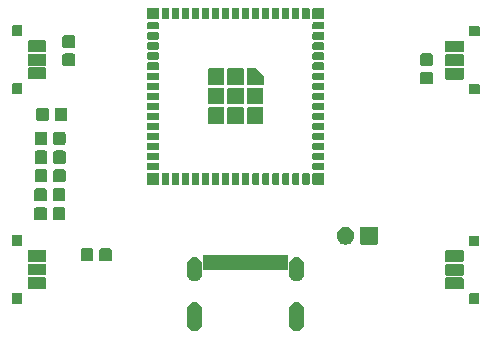
<source format=gts>
%TF.GenerationSoftware,KiCad,Pcbnew,9.0.7*%
%TF.CreationDate,2026-02-16T08:00:12+01:00*%
%TF.ProjectId,misfits,6d697366-6974-4732-9e6b-696361645f70,1*%
%TF.SameCoordinates,Original*%
%TF.FileFunction,Soldermask,Top*%
%TF.FilePolarity,Negative*%
%FSLAX46Y46*%
G04 Gerber Fmt 4.6, Leading zero omitted, Abs format (unit mm)*
G04 Created by KiCad (PCBNEW 9.0.7) date 2026-02-16 08:00:12*
%MOMM*%
%LPD*%
G01*
G04 APERTURE LIST*
G04 APERTURE END LIST*
G36*
X145842008Y-106209998D02*
G01*
X145955566Y-106257035D01*
X146057765Y-106325322D01*
X146144678Y-106412235D01*
X146212965Y-106514434D01*
X146260002Y-106627992D01*
X146283981Y-106748543D01*
X146287000Y-106810000D01*
X146287000Y-108010000D01*
X146283981Y-108071457D01*
X146260002Y-108192008D01*
X146212965Y-108305566D01*
X146144678Y-108407765D01*
X146057765Y-108494678D01*
X145955566Y-108562965D01*
X145842008Y-108610002D01*
X145721457Y-108633981D01*
X145598543Y-108633981D01*
X145477992Y-108610002D01*
X145364434Y-108562965D01*
X145262235Y-108494678D01*
X145175322Y-108407765D01*
X145107035Y-108305566D01*
X145059998Y-108192008D01*
X145036019Y-108071457D01*
X145033000Y-108010000D01*
X145033000Y-106810000D01*
X145036019Y-106748543D01*
X145059998Y-106627992D01*
X145107035Y-106514434D01*
X145175322Y-106412235D01*
X145262235Y-106325322D01*
X145364434Y-106257035D01*
X145477992Y-106209998D01*
X145598543Y-106186019D01*
X145721457Y-106186019D01*
X145842008Y-106209998D01*
G37*
G36*
X154482008Y-106209998D02*
G01*
X154595566Y-106257035D01*
X154697765Y-106325322D01*
X154784678Y-106412235D01*
X154852965Y-106514434D01*
X154900002Y-106627992D01*
X154923981Y-106748543D01*
X154927000Y-106810000D01*
X154927000Y-108010000D01*
X154923981Y-108071457D01*
X154900002Y-108192008D01*
X154852965Y-108305566D01*
X154784678Y-108407765D01*
X154697765Y-108494678D01*
X154595566Y-108562965D01*
X154482008Y-108610002D01*
X154361457Y-108633981D01*
X154238543Y-108633981D01*
X154117992Y-108610002D01*
X154004434Y-108562965D01*
X153902235Y-108494678D01*
X153815322Y-108407765D01*
X153747035Y-108305566D01*
X153699998Y-108192008D01*
X153676019Y-108071457D01*
X153673000Y-108010000D01*
X153673000Y-106810000D01*
X153676019Y-106748543D01*
X153699998Y-106627992D01*
X153747035Y-106514434D01*
X153815322Y-106412235D01*
X153902235Y-106325322D01*
X154004434Y-106257035D01*
X154117992Y-106209998D01*
X154238543Y-106186019D01*
X154361457Y-106186019D01*
X154482008Y-106209998D01*
G37*
G36*
X169729034Y-105465764D02*
G01*
X169762125Y-105487875D01*
X169784236Y-105520966D01*
X169792000Y-105560000D01*
X169792000Y-106260000D01*
X169784236Y-106299034D01*
X169762125Y-106332125D01*
X169729034Y-106354236D01*
X169690000Y-106362000D01*
X168990000Y-106362000D01*
X168950966Y-106354236D01*
X168917875Y-106332125D01*
X168895764Y-106299034D01*
X168888000Y-106260000D01*
X168888000Y-105560000D01*
X168895764Y-105520966D01*
X168917875Y-105487875D01*
X168950966Y-105465764D01*
X168990000Y-105458000D01*
X169690000Y-105458000D01*
X169729034Y-105465764D01*
G37*
G36*
X131029034Y-105445764D02*
G01*
X131062125Y-105467875D01*
X131084236Y-105500966D01*
X131092000Y-105540000D01*
X131092000Y-106240000D01*
X131084236Y-106279034D01*
X131062125Y-106312125D01*
X131029034Y-106334236D01*
X130990000Y-106342000D01*
X130290000Y-106342000D01*
X130250966Y-106334236D01*
X130217875Y-106312125D01*
X130195764Y-106279034D01*
X130188000Y-106240000D01*
X130188000Y-105540000D01*
X130195764Y-105500966D01*
X130217875Y-105467875D01*
X130250966Y-105445764D01*
X130290000Y-105438000D01*
X130990000Y-105438000D01*
X131029034Y-105445764D01*
G37*
G36*
X168379034Y-104115764D02*
G01*
X168412125Y-104137875D01*
X168434236Y-104170966D01*
X168442000Y-104210000D01*
X168442000Y-105010000D01*
X168434236Y-105049034D01*
X168412125Y-105082125D01*
X168379034Y-105104236D01*
X168340000Y-105112000D01*
X166990000Y-105112000D01*
X166950966Y-105104236D01*
X166917875Y-105082125D01*
X166895764Y-105049034D01*
X166888000Y-105010000D01*
X166888000Y-104210000D01*
X166895764Y-104170966D01*
X166917875Y-104137875D01*
X166950966Y-104115764D01*
X166990000Y-104108000D01*
X168340000Y-104108000D01*
X168379034Y-104115764D01*
G37*
G36*
X133029034Y-104095764D02*
G01*
X133062125Y-104117875D01*
X133084236Y-104150966D01*
X133092000Y-104190000D01*
X133092000Y-104990000D01*
X133084236Y-105029034D01*
X133062125Y-105062125D01*
X133029034Y-105084236D01*
X132990000Y-105092000D01*
X131640000Y-105092000D01*
X131600966Y-105084236D01*
X131567875Y-105062125D01*
X131545764Y-105029034D01*
X131538000Y-104990000D01*
X131538000Y-104190000D01*
X131545764Y-104150966D01*
X131567875Y-104117875D01*
X131600966Y-104095764D01*
X131640000Y-104088000D01*
X132990000Y-104088000D01*
X133029034Y-104095764D01*
G37*
G36*
X145842008Y-102409998D02*
G01*
X145955566Y-102457035D01*
X146057765Y-102525322D01*
X146144678Y-102612235D01*
X146212965Y-102714434D01*
X146260002Y-102827992D01*
X146283981Y-102948543D01*
X146287000Y-103010000D01*
X146287000Y-103810000D01*
X146283981Y-103871457D01*
X146260002Y-103992008D01*
X146212965Y-104105566D01*
X146144678Y-104207765D01*
X146057765Y-104294678D01*
X145955566Y-104362965D01*
X145842008Y-104410002D01*
X145721457Y-104433981D01*
X145598543Y-104433981D01*
X145477992Y-104410002D01*
X145364434Y-104362965D01*
X145262235Y-104294678D01*
X145175322Y-104207765D01*
X145107035Y-104105566D01*
X145059998Y-103992008D01*
X145036019Y-103871457D01*
X145033000Y-103810000D01*
X145033000Y-103010000D01*
X145036019Y-102948543D01*
X145059998Y-102827992D01*
X145107035Y-102714434D01*
X145175322Y-102612235D01*
X145262235Y-102525322D01*
X145364434Y-102457035D01*
X145477992Y-102409998D01*
X145598543Y-102386019D01*
X145721457Y-102386019D01*
X145842008Y-102409998D01*
G37*
G36*
X154482008Y-102409998D02*
G01*
X154595566Y-102457035D01*
X154697765Y-102525322D01*
X154784678Y-102612235D01*
X154852965Y-102714434D01*
X154900002Y-102827992D01*
X154923981Y-102948543D01*
X154927000Y-103010000D01*
X154927000Y-103810000D01*
X154923981Y-103871457D01*
X154900002Y-103992008D01*
X154852965Y-104105566D01*
X154784678Y-104207765D01*
X154697765Y-104294678D01*
X154595566Y-104362965D01*
X154482008Y-104410002D01*
X154361457Y-104433981D01*
X154238543Y-104433981D01*
X154117992Y-104410002D01*
X154004434Y-104362965D01*
X153902235Y-104294678D01*
X153815322Y-104207765D01*
X153747035Y-104105566D01*
X153699998Y-103992008D01*
X153676019Y-103871457D01*
X153673000Y-103810000D01*
X153673000Y-103010000D01*
X153676019Y-102948543D01*
X153699998Y-102827992D01*
X153747035Y-102714434D01*
X153815322Y-102612235D01*
X153902235Y-102525322D01*
X154004434Y-102457035D01*
X154117992Y-102409998D01*
X154238543Y-102386019D01*
X154361457Y-102386019D01*
X154482008Y-102409998D01*
G37*
G36*
X168379034Y-102965764D02*
G01*
X168412125Y-102987875D01*
X168434236Y-103020966D01*
X168442000Y-103060000D01*
X168442000Y-103860000D01*
X168434236Y-103899034D01*
X168412125Y-103932125D01*
X168379034Y-103954236D01*
X168340000Y-103962000D01*
X166990000Y-103962000D01*
X166950966Y-103954236D01*
X166917875Y-103932125D01*
X166895764Y-103899034D01*
X166888000Y-103860000D01*
X166888000Y-103060000D01*
X166895764Y-103020966D01*
X166917875Y-102987875D01*
X166950966Y-102965764D01*
X166990000Y-102958000D01*
X168340000Y-102958000D01*
X168379034Y-102965764D01*
G37*
G36*
X133029034Y-102945764D02*
G01*
X133062125Y-102967875D01*
X133084236Y-103000966D01*
X133092000Y-103040000D01*
X133092000Y-103840000D01*
X133084236Y-103879034D01*
X133062125Y-103912125D01*
X133029034Y-103934236D01*
X132990000Y-103942000D01*
X131640000Y-103942000D01*
X131600966Y-103934236D01*
X131567875Y-103912125D01*
X131545764Y-103879034D01*
X131538000Y-103840000D01*
X131538000Y-103040000D01*
X131545764Y-103000966D01*
X131567875Y-102967875D01*
X131600966Y-102945764D01*
X131640000Y-102938000D01*
X132990000Y-102938000D01*
X133029034Y-102945764D01*
G37*
G36*
X147137071Y-102212929D02*
G01*
X147140000Y-102220000D01*
X147140000Y-102230104D01*
X147146058Y-102244728D01*
X147213942Y-102244728D01*
X147220000Y-102230102D01*
X147220000Y-102220000D01*
X147222929Y-102212929D01*
X147230000Y-102210000D01*
X147930000Y-102210000D01*
X147937071Y-102212929D01*
X147940000Y-102220000D01*
X147940000Y-102230104D01*
X147946058Y-102244728D01*
X148013942Y-102244728D01*
X148020000Y-102230102D01*
X148020000Y-102220000D01*
X148022929Y-102212929D01*
X148030000Y-102210000D01*
X148430000Y-102210000D01*
X148437071Y-102212929D01*
X148440000Y-102220000D01*
X148440000Y-102230104D01*
X148446058Y-102244728D01*
X148513942Y-102244728D01*
X148520000Y-102230102D01*
X148520000Y-102220000D01*
X148522929Y-102212929D01*
X148530000Y-102210000D01*
X148930000Y-102210000D01*
X148937071Y-102212929D01*
X148940000Y-102220000D01*
X148940000Y-102230104D01*
X148946058Y-102244728D01*
X149013942Y-102244728D01*
X149020000Y-102230102D01*
X149020000Y-102220000D01*
X149022929Y-102212929D01*
X149030000Y-102210000D01*
X149430000Y-102210000D01*
X149437071Y-102212929D01*
X149440000Y-102220000D01*
X149440000Y-102230104D01*
X149446058Y-102244728D01*
X149513942Y-102244728D01*
X149520000Y-102230102D01*
X149520000Y-102220000D01*
X149522929Y-102212929D01*
X149530000Y-102210000D01*
X149930000Y-102210000D01*
X149937071Y-102212929D01*
X149940000Y-102220000D01*
X149940000Y-102230104D01*
X149946058Y-102244728D01*
X150013942Y-102244728D01*
X150020000Y-102230102D01*
X150020000Y-102220000D01*
X150022929Y-102212929D01*
X150030000Y-102210000D01*
X150430000Y-102210000D01*
X150437071Y-102212929D01*
X150440000Y-102220000D01*
X150440000Y-102230104D01*
X150446058Y-102244728D01*
X150513942Y-102244728D01*
X150520000Y-102230102D01*
X150520000Y-102220000D01*
X150522929Y-102212929D01*
X150530000Y-102210000D01*
X150930000Y-102210000D01*
X150937071Y-102212929D01*
X150940000Y-102220000D01*
X150940000Y-102230104D01*
X150946058Y-102244728D01*
X151013942Y-102244728D01*
X151020000Y-102230102D01*
X151020000Y-102220000D01*
X151022929Y-102212929D01*
X151030000Y-102210000D01*
X151430000Y-102210000D01*
X151437071Y-102212929D01*
X151440000Y-102220000D01*
X151440000Y-102230104D01*
X151446058Y-102244728D01*
X151513942Y-102244728D01*
X151520000Y-102230102D01*
X151520000Y-102220000D01*
X151522929Y-102212929D01*
X151530000Y-102210000D01*
X151930000Y-102210000D01*
X151937071Y-102212929D01*
X151940000Y-102220000D01*
X151940000Y-102230104D01*
X151946058Y-102244728D01*
X152013942Y-102244728D01*
X152020000Y-102230102D01*
X152020000Y-102220000D01*
X152022929Y-102212929D01*
X152030000Y-102210000D01*
X152730000Y-102210000D01*
X152737071Y-102212929D01*
X152740000Y-102220000D01*
X152740000Y-102230104D01*
X152746058Y-102244728D01*
X152813942Y-102244728D01*
X152820000Y-102230102D01*
X152820000Y-102220000D01*
X152822929Y-102212929D01*
X152830000Y-102210000D01*
X153530000Y-102210000D01*
X153537071Y-102212929D01*
X153540000Y-102220000D01*
X153540000Y-103470000D01*
X153537071Y-103477071D01*
X153530000Y-103480000D01*
X153519895Y-103480000D01*
X152840105Y-103480000D01*
X152830000Y-103480000D01*
X152822929Y-103477071D01*
X152820000Y-103470000D01*
X152820000Y-103459893D01*
X152813943Y-103445271D01*
X152746057Y-103445271D01*
X152740000Y-103459892D01*
X152740000Y-103470000D01*
X152737071Y-103477071D01*
X152730000Y-103480000D01*
X152719895Y-103480000D01*
X152040105Y-103480000D01*
X152030000Y-103480000D01*
X152022929Y-103477071D01*
X152020000Y-103470000D01*
X152020000Y-103459893D01*
X152013943Y-103445271D01*
X151946057Y-103445271D01*
X151940000Y-103459892D01*
X151940000Y-103470000D01*
X151937071Y-103477071D01*
X151930000Y-103480000D01*
X151919895Y-103480000D01*
X151540105Y-103480000D01*
X151530000Y-103480000D01*
X151522929Y-103477071D01*
X151520000Y-103470000D01*
X151520000Y-103459893D01*
X151513943Y-103445271D01*
X151446057Y-103445271D01*
X151440000Y-103459892D01*
X151440000Y-103470000D01*
X151437071Y-103477071D01*
X151430000Y-103480000D01*
X151419895Y-103480000D01*
X151040105Y-103480000D01*
X151030000Y-103480000D01*
X151022929Y-103477071D01*
X151020000Y-103470000D01*
X151020000Y-103459893D01*
X151013943Y-103445271D01*
X150946057Y-103445271D01*
X150940000Y-103459892D01*
X150940000Y-103470000D01*
X150937071Y-103477071D01*
X150930000Y-103480000D01*
X150919895Y-103480000D01*
X150540105Y-103480000D01*
X150530000Y-103480000D01*
X150522929Y-103477071D01*
X150520000Y-103470000D01*
X150520000Y-103459893D01*
X150513943Y-103445271D01*
X150446057Y-103445271D01*
X150440000Y-103459892D01*
X150440000Y-103470000D01*
X150437071Y-103477071D01*
X150430000Y-103480000D01*
X150419895Y-103480000D01*
X150040105Y-103480000D01*
X150030000Y-103480000D01*
X150022929Y-103477071D01*
X150020000Y-103470000D01*
X150020000Y-103459893D01*
X150013943Y-103445271D01*
X149946057Y-103445271D01*
X149940000Y-103459892D01*
X149940000Y-103470000D01*
X149937071Y-103477071D01*
X149930000Y-103480000D01*
X149919895Y-103480000D01*
X149540105Y-103480000D01*
X149530000Y-103480000D01*
X149522929Y-103477071D01*
X149520000Y-103470000D01*
X149520000Y-103459893D01*
X149513943Y-103445271D01*
X149446057Y-103445271D01*
X149440000Y-103459892D01*
X149440000Y-103470000D01*
X149437071Y-103477071D01*
X149430000Y-103480000D01*
X149419895Y-103480000D01*
X149040105Y-103480000D01*
X149030000Y-103480000D01*
X149022929Y-103477071D01*
X149020000Y-103470000D01*
X149020000Y-103459893D01*
X149013943Y-103445271D01*
X148946057Y-103445271D01*
X148940000Y-103459892D01*
X148940000Y-103470000D01*
X148937071Y-103477071D01*
X148930000Y-103480000D01*
X148919895Y-103480000D01*
X148540105Y-103480000D01*
X148530000Y-103480000D01*
X148522929Y-103477071D01*
X148520000Y-103470000D01*
X148520000Y-103459893D01*
X148513943Y-103445271D01*
X148446057Y-103445271D01*
X148440000Y-103459892D01*
X148440000Y-103470000D01*
X148437071Y-103477071D01*
X148430000Y-103480000D01*
X148419895Y-103480000D01*
X148040105Y-103480000D01*
X148030000Y-103480000D01*
X148022929Y-103477071D01*
X148020000Y-103470000D01*
X148020000Y-103459893D01*
X148013943Y-103445271D01*
X147946057Y-103445271D01*
X147940000Y-103459892D01*
X147940000Y-103470000D01*
X147937071Y-103477071D01*
X147930000Y-103480000D01*
X147919895Y-103480000D01*
X147240105Y-103480000D01*
X147230000Y-103480000D01*
X147222929Y-103477071D01*
X147220000Y-103470000D01*
X147220000Y-103459893D01*
X147213943Y-103445271D01*
X147146057Y-103445271D01*
X147140000Y-103459892D01*
X147140000Y-103470000D01*
X147137071Y-103477071D01*
X147130000Y-103480000D01*
X147119895Y-103480000D01*
X146440105Y-103480000D01*
X146430000Y-103480000D01*
X146422929Y-103477071D01*
X146420000Y-103470000D01*
X146420000Y-102220000D01*
X146422929Y-102212929D01*
X146430000Y-102210000D01*
X147130000Y-102210000D01*
X147137071Y-102212929D01*
G37*
G36*
X168379034Y-101815764D02*
G01*
X168412125Y-101837875D01*
X168434236Y-101870966D01*
X168442000Y-101910000D01*
X168442000Y-102710000D01*
X168434236Y-102749034D01*
X168412125Y-102782125D01*
X168379034Y-102804236D01*
X168340000Y-102812000D01*
X166990000Y-102812000D01*
X166950966Y-102804236D01*
X166917875Y-102782125D01*
X166895764Y-102749034D01*
X166888000Y-102710000D01*
X166888000Y-101910000D01*
X166895764Y-101870966D01*
X166917875Y-101837875D01*
X166950966Y-101815764D01*
X166990000Y-101808000D01*
X168340000Y-101808000D01*
X168379034Y-101815764D01*
G37*
G36*
X133029034Y-101795764D02*
G01*
X133062125Y-101817875D01*
X133084236Y-101850966D01*
X133092000Y-101890000D01*
X133092000Y-102690000D01*
X133084236Y-102729034D01*
X133062125Y-102762125D01*
X133029034Y-102784236D01*
X132990000Y-102792000D01*
X131640000Y-102792000D01*
X131600966Y-102784236D01*
X131567875Y-102762125D01*
X131545764Y-102729034D01*
X131538000Y-102690000D01*
X131538000Y-101890000D01*
X131545764Y-101850966D01*
X131567875Y-101817875D01*
X131600966Y-101795764D01*
X131640000Y-101788000D01*
X132990000Y-101788000D01*
X133029034Y-101795764D01*
G37*
G36*
X136976901Y-101639042D02*
G01*
X137045273Y-101684727D01*
X137090958Y-101753099D01*
X137107000Y-101833750D01*
X137107000Y-102546250D01*
X137090958Y-102626901D01*
X137045273Y-102695273D01*
X136976901Y-102740958D01*
X136896250Y-102757000D01*
X136243750Y-102757000D01*
X136163099Y-102740958D01*
X136094727Y-102695273D01*
X136049042Y-102626901D01*
X136033000Y-102546250D01*
X136033000Y-101833750D01*
X136049042Y-101753099D01*
X136094727Y-101684727D01*
X136163099Y-101639042D01*
X136243750Y-101623000D01*
X136896250Y-101623000D01*
X136976901Y-101639042D01*
G37*
G36*
X138536901Y-101639042D02*
G01*
X138605273Y-101684727D01*
X138650958Y-101753099D01*
X138667000Y-101833750D01*
X138667000Y-102546250D01*
X138650958Y-102626901D01*
X138605273Y-102695273D01*
X138536901Y-102740958D01*
X138456250Y-102757000D01*
X137803750Y-102757000D01*
X137723099Y-102740958D01*
X137654727Y-102695273D01*
X137609042Y-102626901D01*
X137593000Y-102546250D01*
X137593000Y-101833750D01*
X137609042Y-101753099D01*
X137654727Y-101684727D01*
X137723099Y-101639042D01*
X137803750Y-101623000D01*
X138456250Y-101623000D01*
X138536901Y-101639042D01*
G37*
G36*
X169729034Y-100565764D02*
G01*
X169762125Y-100587875D01*
X169784236Y-100620966D01*
X169792000Y-100660000D01*
X169792000Y-101360000D01*
X169784236Y-101399034D01*
X169762125Y-101432125D01*
X169729034Y-101454236D01*
X169690000Y-101462000D01*
X168990000Y-101462000D01*
X168950966Y-101454236D01*
X168917875Y-101432125D01*
X168895764Y-101399034D01*
X168888000Y-101360000D01*
X168888000Y-100660000D01*
X168895764Y-100620966D01*
X168917875Y-100587875D01*
X168950966Y-100565764D01*
X168990000Y-100558000D01*
X169690000Y-100558000D01*
X169729034Y-100565764D01*
G37*
G36*
X131029034Y-100545764D02*
G01*
X131062125Y-100567875D01*
X131084236Y-100600966D01*
X131092000Y-100640000D01*
X131092000Y-101340000D01*
X131084236Y-101379034D01*
X131062125Y-101412125D01*
X131029034Y-101434236D01*
X130990000Y-101442000D01*
X130290000Y-101442000D01*
X130250966Y-101434236D01*
X130217875Y-101412125D01*
X130195764Y-101379034D01*
X130188000Y-101340000D01*
X130188000Y-100640000D01*
X130195764Y-100600966D01*
X130217875Y-100567875D01*
X130250966Y-100545764D01*
X130290000Y-100538000D01*
X130990000Y-100538000D01*
X131029034Y-100545764D01*
G37*
G36*
X161143034Y-99819264D02*
G01*
X161176125Y-99841375D01*
X161198236Y-99874466D01*
X161206000Y-99913500D01*
X161206000Y-101221500D01*
X161198236Y-101260534D01*
X161176125Y-101293625D01*
X161143034Y-101315736D01*
X161104000Y-101323500D01*
X159796000Y-101323500D01*
X159756966Y-101315736D01*
X159723875Y-101293625D01*
X159701764Y-101260534D01*
X159694000Y-101221500D01*
X159694000Y-99913500D01*
X159701764Y-99874466D01*
X159723875Y-99841375D01*
X159756966Y-99819264D01*
X159796000Y-99811500D01*
X161104000Y-99811500D01*
X161143034Y-99819264D01*
G37*
G36*
X158669455Y-99844053D02*
G01*
X158806376Y-99900768D01*
X158929601Y-99983104D01*
X159034396Y-100087899D01*
X159116732Y-100211124D01*
X159173447Y-100348045D01*
X159202360Y-100493399D01*
X159202360Y-100641601D01*
X159173447Y-100786955D01*
X159116732Y-100923876D01*
X159034396Y-101047101D01*
X158929601Y-101151896D01*
X158806376Y-101234232D01*
X158669455Y-101290947D01*
X158524101Y-101319860D01*
X158375899Y-101319860D01*
X158230545Y-101290947D01*
X158093624Y-101234232D01*
X157970399Y-101151896D01*
X157865604Y-101047101D01*
X157783268Y-100923876D01*
X157726553Y-100786955D01*
X157697640Y-100641601D01*
X157697640Y-100493399D01*
X157726553Y-100348045D01*
X157783268Y-100211124D01*
X157865604Y-100087899D01*
X157970399Y-99983104D01*
X158093624Y-99900768D01*
X158230545Y-99844053D01*
X158375899Y-99815140D01*
X158524101Y-99815140D01*
X158669455Y-99844053D01*
G37*
G36*
X133026901Y-98149042D02*
G01*
X133095273Y-98194727D01*
X133140958Y-98263099D01*
X133157000Y-98343750D01*
X133157000Y-99056250D01*
X133140958Y-99136901D01*
X133095273Y-99205273D01*
X133026901Y-99250958D01*
X132946250Y-99267000D01*
X132293750Y-99267000D01*
X132213099Y-99250958D01*
X132144727Y-99205273D01*
X132099042Y-99136901D01*
X132083000Y-99056250D01*
X132083000Y-98343750D01*
X132099042Y-98263099D01*
X132144727Y-98194727D01*
X132213099Y-98149042D01*
X132293750Y-98133000D01*
X132946250Y-98133000D01*
X133026901Y-98149042D01*
G37*
G36*
X134586901Y-98149042D02*
G01*
X134655273Y-98194727D01*
X134700958Y-98263099D01*
X134717000Y-98343750D01*
X134717000Y-99056250D01*
X134700958Y-99136901D01*
X134655273Y-99205273D01*
X134586901Y-99250958D01*
X134506250Y-99267000D01*
X133853750Y-99267000D01*
X133773099Y-99250958D01*
X133704727Y-99205273D01*
X133659042Y-99136901D01*
X133643000Y-99056250D01*
X133643000Y-98343750D01*
X133659042Y-98263099D01*
X133704727Y-98194727D01*
X133773099Y-98149042D01*
X133853750Y-98133000D01*
X134506250Y-98133000D01*
X134586901Y-98149042D01*
G37*
G36*
X133036901Y-96549042D02*
G01*
X133105273Y-96594727D01*
X133150958Y-96663099D01*
X133167000Y-96743750D01*
X133167000Y-97456250D01*
X133150958Y-97536901D01*
X133105273Y-97605273D01*
X133036901Y-97650958D01*
X132956250Y-97667000D01*
X132303750Y-97667000D01*
X132223099Y-97650958D01*
X132154727Y-97605273D01*
X132109042Y-97536901D01*
X132093000Y-97456250D01*
X132093000Y-96743750D01*
X132109042Y-96663099D01*
X132154727Y-96594727D01*
X132223099Y-96549042D01*
X132303750Y-96533000D01*
X132956250Y-96533000D01*
X133036901Y-96549042D01*
G37*
G36*
X134596901Y-96549042D02*
G01*
X134665273Y-96594727D01*
X134710958Y-96663099D01*
X134727000Y-96743750D01*
X134727000Y-97456250D01*
X134710958Y-97536901D01*
X134665273Y-97605273D01*
X134596901Y-97650958D01*
X134516250Y-97667000D01*
X133863750Y-97667000D01*
X133783099Y-97650958D01*
X133714727Y-97605273D01*
X133669042Y-97536901D01*
X133653000Y-97456250D01*
X133653000Y-96743750D01*
X133669042Y-96663099D01*
X133714727Y-96594727D01*
X133783099Y-96549042D01*
X133863750Y-96533000D01*
X134516250Y-96533000D01*
X134596901Y-96549042D01*
G37*
G36*
X142589034Y-95265764D02*
G01*
X142622125Y-95287875D01*
X142644236Y-95320966D01*
X142652000Y-95360000D01*
X142652000Y-96160000D01*
X142644236Y-96199034D01*
X142622125Y-96232125D01*
X142589034Y-96254236D01*
X142550000Y-96262000D01*
X141750000Y-96262000D01*
X141710966Y-96254236D01*
X141677875Y-96232125D01*
X141655764Y-96199034D01*
X141648000Y-96160000D01*
X141648000Y-95360000D01*
X141655764Y-95320966D01*
X141677875Y-95287875D01*
X141710966Y-95265764D01*
X141750000Y-95258000D01*
X142550000Y-95258000D01*
X142589034Y-95265764D01*
G37*
G36*
X143439034Y-95265764D02*
G01*
X143472125Y-95287875D01*
X143494236Y-95320966D01*
X143502000Y-95360000D01*
X143502000Y-96160000D01*
X143494236Y-96199034D01*
X143472125Y-96232125D01*
X143439034Y-96254236D01*
X143400000Y-96262000D01*
X143000000Y-96262000D01*
X142960966Y-96254236D01*
X142927875Y-96232125D01*
X142905764Y-96199034D01*
X142898000Y-96160000D01*
X142898000Y-95360000D01*
X142905764Y-95320966D01*
X142927875Y-95287875D01*
X142960966Y-95265764D01*
X143000000Y-95258000D01*
X143400000Y-95258000D01*
X143439034Y-95265764D01*
G37*
G36*
X144289034Y-95265764D02*
G01*
X144322125Y-95287875D01*
X144344236Y-95320966D01*
X144352000Y-95360000D01*
X144352000Y-96160000D01*
X144344236Y-96199034D01*
X144322125Y-96232125D01*
X144289034Y-96254236D01*
X144250000Y-96262000D01*
X143850000Y-96262000D01*
X143810966Y-96254236D01*
X143777875Y-96232125D01*
X143755764Y-96199034D01*
X143748000Y-96160000D01*
X143748000Y-95360000D01*
X143755764Y-95320966D01*
X143777875Y-95287875D01*
X143810966Y-95265764D01*
X143850000Y-95258000D01*
X144250000Y-95258000D01*
X144289034Y-95265764D01*
G37*
G36*
X145139034Y-95265764D02*
G01*
X145172125Y-95287875D01*
X145194236Y-95320966D01*
X145202000Y-95360000D01*
X145202000Y-96160000D01*
X145194236Y-96199034D01*
X145172125Y-96232125D01*
X145139034Y-96254236D01*
X145100000Y-96262000D01*
X144700000Y-96262000D01*
X144660966Y-96254236D01*
X144627875Y-96232125D01*
X144605764Y-96199034D01*
X144598000Y-96160000D01*
X144598000Y-95360000D01*
X144605764Y-95320966D01*
X144627875Y-95287875D01*
X144660966Y-95265764D01*
X144700000Y-95258000D01*
X145100000Y-95258000D01*
X145139034Y-95265764D01*
G37*
G36*
X145989034Y-95265764D02*
G01*
X146022125Y-95287875D01*
X146044236Y-95320966D01*
X146052000Y-95360000D01*
X146052000Y-96160000D01*
X146044236Y-96199034D01*
X146022125Y-96232125D01*
X145989034Y-96254236D01*
X145950000Y-96262000D01*
X145550000Y-96262000D01*
X145510966Y-96254236D01*
X145477875Y-96232125D01*
X145455764Y-96199034D01*
X145448000Y-96160000D01*
X145448000Y-95360000D01*
X145455764Y-95320966D01*
X145477875Y-95287875D01*
X145510966Y-95265764D01*
X145550000Y-95258000D01*
X145950000Y-95258000D01*
X145989034Y-95265764D01*
G37*
G36*
X146839034Y-95265764D02*
G01*
X146872125Y-95287875D01*
X146894236Y-95320966D01*
X146902000Y-95360000D01*
X146902000Y-96160000D01*
X146894236Y-96199034D01*
X146872125Y-96232125D01*
X146839034Y-96254236D01*
X146800000Y-96262000D01*
X146400000Y-96262000D01*
X146360966Y-96254236D01*
X146327875Y-96232125D01*
X146305764Y-96199034D01*
X146298000Y-96160000D01*
X146298000Y-95360000D01*
X146305764Y-95320966D01*
X146327875Y-95287875D01*
X146360966Y-95265764D01*
X146400000Y-95258000D01*
X146800000Y-95258000D01*
X146839034Y-95265764D01*
G37*
G36*
X147689034Y-95265764D02*
G01*
X147722125Y-95287875D01*
X147744236Y-95320966D01*
X147752000Y-95360000D01*
X147752000Y-96160000D01*
X147744236Y-96199034D01*
X147722125Y-96232125D01*
X147689034Y-96254236D01*
X147650000Y-96262000D01*
X147250000Y-96262000D01*
X147210966Y-96254236D01*
X147177875Y-96232125D01*
X147155764Y-96199034D01*
X147148000Y-96160000D01*
X147148000Y-95360000D01*
X147155764Y-95320966D01*
X147177875Y-95287875D01*
X147210966Y-95265764D01*
X147250000Y-95258000D01*
X147650000Y-95258000D01*
X147689034Y-95265764D01*
G37*
G36*
X148539034Y-95265764D02*
G01*
X148572125Y-95287875D01*
X148594236Y-95320966D01*
X148602000Y-95360000D01*
X148602000Y-96160000D01*
X148594236Y-96199034D01*
X148572125Y-96232125D01*
X148539034Y-96254236D01*
X148500000Y-96262000D01*
X148100000Y-96262000D01*
X148060966Y-96254236D01*
X148027875Y-96232125D01*
X148005764Y-96199034D01*
X147998000Y-96160000D01*
X147998000Y-95360000D01*
X148005764Y-95320966D01*
X148027875Y-95287875D01*
X148060966Y-95265764D01*
X148100000Y-95258000D01*
X148500000Y-95258000D01*
X148539034Y-95265764D01*
G37*
G36*
X149389034Y-95265764D02*
G01*
X149422125Y-95287875D01*
X149444236Y-95320966D01*
X149452000Y-95360000D01*
X149452000Y-96160000D01*
X149444236Y-96199034D01*
X149422125Y-96232125D01*
X149389034Y-96254236D01*
X149350000Y-96262000D01*
X148950000Y-96262000D01*
X148910966Y-96254236D01*
X148877875Y-96232125D01*
X148855764Y-96199034D01*
X148848000Y-96160000D01*
X148848000Y-95360000D01*
X148855764Y-95320966D01*
X148877875Y-95287875D01*
X148910966Y-95265764D01*
X148950000Y-95258000D01*
X149350000Y-95258000D01*
X149389034Y-95265764D01*
G37*
G36*
X150239034Y-95265764D02*
G01*
X150272125Y-95287875D01*
X150294236Y-95320966D01*
X150302000Y-95360000D01*
X150302000Y-96160000D01*
X150294236Y-96199034D01*
X150272125Y-96232125D01*
X150239034Y-96254236D01*
X150200000Y-96262000D01*
X149800000Y-96262000D01*
X149760966Y-96254236D01*
X149727875Y-96232125D01*
X149705764Y-96199034D01*
X149698000Y-96160000D01*
X149698000Y-95360000D01*
X149705764Y-95320966D01*
X149727875Y-95287875D01*
X149760966Y-95265764D01*
X149800000Y-95258000D01*
X150200000Y-95258000D01*
X150239034Y-95265764D01*
G37*
G36*
X151089034Y-95265764D02*
G01*
X151122125Y-95287875D01*
X151144236Y-95320966D01*
X151152000Y-95360000D01*
X151152000Y-96160000D01*
X151144236Y-96199034D01*
X151122125Y-96232125D01*
X151089034Y-96254236D01*
X151050000Y-96262000D01*
X150650000Y-96262000D01*
X150610966Y-96254236D01*
X150577875Y-96232125D01*
X150555764Y-96199034D01*
X150548000Y-96160000D01*
X150548000Y-95360000D01*
X150555764Y-95320966D01*
X150577875Y-95287875D01*
X150610966Y-95265764D01*
X150650000Y-95258000D01*
X151050000Y-95258000D01*
X151089034Y-95265764D01*
G37*
G36*
X151939034Y-95265764D02*
G01*
X151972125Y-95287875D01*
X151994236Y-95320966D01*
X152002000Y-95360000D01*
X152002000Y-96160000D01*
X151994236Y-96199034D01*
X151972125Y-96232125D01*
X151939034Y-96254236D01*
X151900000Y-96262000D01*
X151500000Y-96262000D01*
X151460966Y-96254236D01*
X151427875Y-96232125D01*
X151405764Y-96199034D01*
X151398000Y-96160000D01*
X151398000Y-95360000D01*
X151405764Y-95320966D01*
X151427875Y-95287875D01*
X151460966Y-95265764D01*
X151500000Y-95258000D01*
X151900000Y-95258000D01*
X151939034Y-95265764D01*
G37*
G36*
X152789034Y-95265764D02*
G01*
X152822125Y-95287875D01*
X152844236Y-95320966D01*
X152852000Y-95360000D01*
X152852000Y-96160000D01*
X152844236Y-96199034D01*
X152822125Y-96232125D01*
X152789034Y-96254236D01*
X152750000Y-96262000D01*
X152350000Y-96262000D01*
X152310966Y-96254236D01*
X152277875Y-96232125D01*
X152255764Y-96199034D01*
X152248000Y-96160000D01*
X152248000Y-95360000D01*
X152255764Y-95320966D01*
X152277875Y-95287875D01*
X152310966Y-95265764D01*
X152350000Y-95258000D01*
X152750000Y-95258000D01*
X152789034Y-95265764D01*
G37*
G36*
X153639034Y-95265764D02*
G01*
X153672125Y-95287875D01*
X153694236Y-95320966D01*
X153702000Y-95360000D01*
X153702000Y-96160000D01*
X153694236Y-96199034D01*
X153672125Y-96232125D01*
X153639034Y-96254236D01*
X153600000Y-96262000D01*
X153200000Y-96262000D01*
X153160966Y-96254236D01*
X153127875Y-96232125D01*
X153105764Y-96199034D01*
X153098000Y-96160000D01*
X153098000Y-95360000D01*
X153105764Y-95320966D01*
X153127875Y-95287875D01*
X153160966Y-95265764D01*
X153200000Y-95258000D01*
X153600000Y-95258000D01*
X153639034Y-95265764D01*
G37*
G36*
X154489034Y-95265764D02*
G01*
X154522125Y-95287875D01*
X154544236Y-95320966D01*
X154552000Y-95360000D01*
X154552000Y-96160000D01*
X154544236Y-96199034D01*
X154522125Y-96232125D01*
X154489034Y-96254236D01*
X154450000Y-96262000D01*
X154050000Y-96262000D01*
X154010966Y-96254236D01*
X153977875Y-96232125D01*
X153955764Y-96199034D01*
X153948000Y-96160000D01*
X153948000Y-95360000D01*
X153955764Y-95320966D01*
X153977875Y-95287875D01*
X154010966Y-95265764D01*
X154050000Y-95258000D01*
X154450000Y-95258000D01*
X154489034Y-95265764D01*
G37*
G36*
X155339034Y-95265764D02*
G01*
X155372125Y-95287875D01*
X155394236Y-95320966D01*
X155402000Y-95360000D01*
X155402000Y-96160000D01*
X155394236Y-96199034D01*
X155372125Y-96232125D01*
X155339034Y-96254236D01*
X155300000Y-96262000D01*
X154900000Y-96262000D01*
X154860966Y-96254236D01*
X154827875Y-96232125D01*
X154805764Y-96199034D01*
X154798000Y-96160000D01*
X154798000Y-95360000D01*
X154805764Y-95320966D01*
X154827875Y-95287875D01*
X154860966Y-95265764D01*
X154900000Y-95258000D01*
X155300000Y-95258000D01*
X155339034Y-95265764D01*
G37*
G36*
X156589034Y-95265764D02*
G01*
X156622125Y-95287875D01*
X156644236Y-95320966D01*
X156652000Y-95360000D01*
X156652000Y-96160000D01*
X156644236Y-96199034D01*
X156622125Y-96232125D01*
X156589034Y-96254236D01*
X156550000Y-96262000D01*
X155750000Y-96262000D01*
X155710966Y-96254236D01*
X155677875Y-96232125D01*
X155655764Y-96199034D01*
X155648000Y-96160000D01*
X155648000Y-95360000D01*
X155655764Y-95320966D01*
X155677875Y-95287875D01*
X155710966Y-95265764D01*
X155750000Y-95258000D01*
X156550000Y-95258000D01*
X156589034Y-95265764D01*
G37*
G36*
X133066901Y-94939042D02*
G01*
X133135273Y-94984727D01*
X133180958Y-95053099D01*
X133197000Y-95133750D01*
X133197000Y-95846250D01*
X133180958Y-95926901D01*
X133135273Y-95995273D01*
X133066901Y-96040958D01*
X132986250Y-96057000D01*
X132333750Y-96057000D01*
X132253099Y-96040958D01*
X132184727Y-95995273D01*
X132139042Y-95926901D01*
X132123000Y-95846250D01*
X132123000Y-95133750D01*
X132139042Y-95053099D01*
X132184727Y-94984727D01*
X132253099Y-94939042D01*
X132333750Y-94923000D01*
X132986250Y-94923000D01*
X133066901Y-94939042D01*
G37*
G36*
X134626901Y-94939042D02*
G01*
X134695273Y-94984727D01*
X134740958Y-95053099D01*
X134757000Y-95133750D01*
X134757000Y-95846250D01*
X134740958Y-95926901D01*
X134695273Y-95995273D01*
X134626901Y-96040958D01*
X134546250Y-96057000D01*
X133893750Y-96057000D01*
X133813099Y-96040958D01*
X133744727Y-95995273D01*
X133699042Y-95926901D01*
X133683000Y-95846250D01*
X133683000Y-95133750D01*
X133699042Y-95053099D01*
X133744727Y-94984727D01*
X133813099Y-94939042D01*
X133893750Y-94923000D01*
X134546250Y-94923000D01*
X134626901Y-94939042D01*
G37*
G36*
X142589034Y-94415764D02*
G01*
X142622125Y-94437875D01*
X142644236Y-94470966D01*
X142652000Y-94510000D01*
X142652000Y-94910000D01*
X142644236Y-94949034D01*
X142622125Y-94982125D01*
X142589034Y-95004236D01*
X142550000Y-95012000D01*
X141750000Y-95012000D01*
X141710966Y-95004236D01*
X141677875Y-94982125D01*
X141655764Y-94949034D01*
X141648000Y-94910000D01*
X141648000Y-94510000D01*
X141655764Y-94470966D01*
X141677875Y-94437875D01*
X141710966Y-94415764D01*
X141750000Y-94408000D01*
X142550000Y-94408000D01*
X142589034Y-94415764D01*
G37*
G36*
X156589034Y-94415764D02*
G01*
X156622125Y-94437875D01*
X156644236Y-94470966D01*
X156652000Y-94510000D01*
X156652000Y-94910000D01*
X156644236Y-94949034D01*
X156622125Y-94982125D01*
X156589034Y-95004236D01*
X156550000Y-95012000D01*
X155750000Y-95012000D01*
X155710966Y-95004236D01*
X155677875Y-94982125D01*
X155655764Y-94949034D01*
X155648000Y-94910000D01*
X155648000Y-94510000D01*
X155655764Y-94470966D01*
X155677875Y-94437875D01*
X155710966Y-94415764D01*
X155750000Y-94408000D01*
X156550000Y-94408000D01*
X156589034Y-94415764D01*
G37*
G36*
X133076901Y-93369042D02*
G01*
X133145273Y-93414727D01*
X133190958Y-93483099D01*
X133207000Y-93563750D01*
X133207000Y-94276250D01*
X133190958Y-94356901D01*
X133145273Y-94425273D01*
X133076901Y-94470958D01*
X132996250Y-94487000D01*
X132343750Y-94487000D01*
X132263099Y-94470958D01*
X132194727Y-94425273D01*
X132149042Y-94356901D01*
X132133000Y-94276250D01*
X132133000Y-93563750D01*
X132149042Y-93483099D01*
X132194727Y-93414727D01*
X132263099Y-93369042D01*
X132343750Y-93353000D01*
X132996250Y-93353000D01*
X133076901Y-93369042D01*
G37*
G36*
X134636901Y-93369042D02*
G01*
X134705273Y-93414727D01*
X134750958Y-93483099D01*
X134767000Y-93563750D01*
X134767000Y-94276250D01*
X134750958Y-94356901D01*
X134705273Y-94425273D01*
X134636901Y-94470958D01*
X134556250Y-94487000D01*
X133903750Y-94487000D01*
X133823099Y-94470958D01*
X133754727Y-94425273D01*
X133709042Y-94356901D01*
X133693000Y-94276250D01*
X133693000Y-93563750D01*
X133709042Y-93483099D01*
X133754727Y-93414727D01*
X133823099Y-93369042D01*
X133903750Y-93353000D01*
X134556250Y-93353000D01*
X134636901Y-93369042D01*
G37*
G36*
X142589034Y-93565764D02*
G01*
X142622125Y-93587875D01*
X142644236Y-93620966D01*
X142652000Y-93660000D01*
X142652000Y-94060000D01*
X142644236Y-94099034D01*
X142622125Y-94132125D01*
X142589034Y-94154236D01*
X142550000Y-94162000D01*
X141750000Y-94162000D01*
X141710966Y-94154236D01*
X141677875Y-94132125D01*
X141655764Y-94099034D01*
X141648000Y-94060000D01*
X141648000Y-93660000D01*
X141655764Y-93620966D01*
X141677875Y-93587875D01*
X141710966Y-93565764D01*
X141750000Y-93558000D01*
X142550000Y-93558000D01*
X142589034Y-93565764D01*
G37*
G36*
X156589034Y-93565764D02*
G01*
X156622125Y-93587875D01*
X156644236Y-93620966D01*
X156652000Y-93660000D01*
X156652000Y-94060000D01*
X156644236Y-94099034D01*
X156622125Y-94132125D01*
X156589034Y-94154236D01*
X156550000Y-94162000D01*
X155750000Y-94162000D01*
X155710966Y-94154236D01*
X155677875Y-94132125D01*
X155655764Y-94099034D01*
X155648000Y-94060000D01*
X155648000Y-93660000D01*
X155655764Y-93620966D01*
X155677875Y-93587875D01*
X155710966Y-93565764D01*
X155750000Y-93558000D01*
X156550000Y-93558000D01*
X156589034Y-93565764D01*
G37*
G36*
X142589034Y-92715764D02*
G01*
X142622125Y-92737875D01*
X142644236Y-92770966D01*
X142652000Y-92810000D01*
X142652000Y-93210000D01*
X142644236Y-93249034D01*
X142622125Y-93282125D01*
X142589034Y-93304236D01*
X142550000Y-93312000D01*
X141750000Y-93312000D01*
X141710966Y-93304236D01*
X141677875Y-93282125D01*
X141655764Y-93249034D01*
X141648000Y-93210000D01*
X141648000Y-92810000D01*
X141655764Y-92770966D01*
X141677875Y-92737875D01*
X141710966Y-92715764D01*
X141750000Y-92708000D01*
X142550000Y-92708000D01*
X142589034Y-92715764D01*
G37*
G36*
X156589034Y-92715764D02*
G01*
X156622125Y-92737875D01*
X156644236Y-92770966D01*
X156652000Y-92810000D01*
X156652000Y-93210000D01*
X156644236Y-93249034D01*
X156622125Y-93282125D01*
X156589034Y-93304236D01*
X156550000Y-93312000D01*
X155750000Y-93312000D01*
X155710966Y-93304236D01*
X155677875Y-93282125D01*
X155655764Y-93249034D01*
X155648000Y-93210000D01*
X155648000Y-92810000D01*
X155655764Y-92770966D01*
X155677875Y-92737875D01*
X155710966Y-92715764D01*
X155750000Y-92708000D01*
X156550000Y-92708000D01*
X156589034Y-92715764D01*
G37*
G36*
X133066901Y-91769042D02*
G01*
X133135273Y-91814727D01*
X133180958Y-91883099D01*
X133197000Y-91963750D01*
X133197000Y-92676250D01*
X133180958Y-92756901D01*
X133135273Y-92825273D01*
X133066901Y-92870958D01*
X132986250Y-92887000D01*
X132333750Y-92887000D01*
X132253099Y-92870958D01*
X132184727Y-92825273D01*
X132139042Y-92756901D01*
X132123000Y-92676250D01*
X132123000Y-91963750D01*
X132139042Y-91883099D01*
X132184727Y-91814727D01*
X132253099Y-91769042D01*
X132333750Y-91753000D01*
X132986250Y-91753000D01*
X133066901Y-91769042D01*
G37*
G36*
X134626901Y-91769042D02*
G01*
X134695273Y-91814727D01*
X134740958Y-91883099D01*
X134757000Y-91963750D01*
X134757000Y-92676250D01*
X134740958Y-92756901D01*
X134695273Y-92825273D01*
X134626901Y-92870958D01*
X134546250Y-92887000D01*
X133893750Y-92887000D01*
X133813099Y-92870958D01*
X133744727Y-92825273D01*
X133699042Y-92756901D01*
X133683000Y-92676250D01*
X133683000Y-91963750D01*
X133699042Y-91883099D01*
X133744727Y-91814727D01*
X133813099Y-91769042D01*
X133893750Y-91753000D01*
X134546250Y-91753000D01*
X134626901Y-91769042D01*
G37*
G36*
X142589034Y-91865764D02*
G01*
X142622125Y-91887875D01*
X142644236Y-91920966D01*
X142652000Y-91960000D01*
X142652000Y-92360000D01*
X142644236Y-92399034D01*
X142622125Y-92432125D01*
X142589034Y-92454236D01*
X142550000Y-92462000D01*
X141750000Y-92462000D01*
X141710966Y-92454236D01*
X141677875Y-92432125D01*
X141655764Y-92399034D01*
X141648000Y-92360000D01*
X141648000Y-91960000D01*
X141655764Y-91920966D01*
X141677875Y-91887875D01*
X141710966Y-91865764D01*
X141750000Y-91858000D01*
X142550000Y-91858000D01*
X142589034Y-91865764D01*
G37*
G36*
X156589034Y-91865764D02*
G01*
X156622125Y-91887875D01*
X156644236Y-91920966D01*
X156652000Y-91960000D01*
X156652000Y-92360000D01*
X156644236Y-92399034D01*
X156622125Y-92432125D01*
X156589034Y-92454236D01*
X156550000Y-92462000D01*
X155750000Y-92462000D01*
X155710966Y-92454236D01*
X155677875Y-92432125D01*
X155655764Y-92399034D01*
X155648000Y-92360000D01*
X155648000Y-91960000D01*
X155655764Y-91920966D01*
X155677875Y-91887875D01*
X155710966Y-91865764D01*
X155750000Y-91858000D01*
X156550000Y-91858000D01*
X156589034Y-91865764D01*
G37*
G36*
X142589034Y-91015764D02*
G01*
X142622125Y-91037875D01*
X142644236Y-91070966D01*
X142652000Y-91110000D01*
X142652000Y-91510000D01*
X142644236Y-91549034D01*
X142622125Y-91582125D01*
X142589034Y-91604236D01*
X142550000Y-91612000D01*
X141750000Y-91612000D01*
X141710966Y-91604236D01*
X141677875Y-91582125D01*
X141655764Y-91549034D01*
X141648000Y-91510000D01*
X141648000Y-91110000D01*
X141655764Y-91070966D01*
X141677875Y-91037875D01*
X141710966Y-91015764D01*
X141750000Y-91008000D01*
X142550000Y-91008000D01*
X142589034Y-91015764D01*
G37*
G36*
X156589034Y-91015764D02*
G01*
X156622125Y-91037875D01*
X156644236Y-91070966D01*
X156652000Y-91110000D01*
X156652000Y-91510000D01*
X156644236Y-91549034D01*
X156622125Y-91582125D01*
X156589034Y-91604236D01*
X156550000Y-91612000D01*
X155750000Y-91612000D01*
X155710966Y-91604236D01*
X155677875Y-91582125D01*
X155655764Y-91549034D01*
X155648000Y-91510000D01*
X155648000Y-91110000D01*
X155655764Y-91070966D01*
X155677875Y-91037875D01*
X155710966Y-91015764D01*
X155750000Y-91008000D01*
X156550000Y-91008000D01*
X156589034Y-91015764D01*
G37*
G36*
X148139034Y-89715764D02*
G01*
X148172125Y-89737875D01*
X148194236Y-89770966D01*
X148202000Y-89810000D01*
X148202000Y-91010000D01*
X148194236Y-91049034D01*
X148172125Y-91082125D01*
X148139034Y-91104236D01*
X148100000Y-91112000D01*
X146900000Y-91112000D01*
X146860966Y-91104236D01*
X146827875Y-91082125D01*
X146805764Y-91049034D01*
X146798000Y-91010000D01*
X146798000Y-89810000D01*
X146805764Y-89770966D01*
X146827875Y-89737875D01*
X146860966Y-89715764D01*
X146900000Y-89708000D01*
X148100000Y-89708000D01*
X148139034Y-89715764D01*
G37*
G36*
X149789034Y-89715764D02*
G01*
X149822125Y-89737875D01*
X149844236Y-89770966D01*
X149852000Y-89810000D01*
X149852000Y-91010000D01*
X149844236Y-91049034D01*
X149822125Y-91082125D01*
X149789034Y-91104236D01*
X149750000Y-91112000D01*
X148550000Y-91112000D01*
X148510966Y-91104236D01*
X148477875Y-91082125D01*
X148455764Y-91049034D01*
X148448000Y-91010000D01*
X148448000Y-89810000D01*
X148455764Y-89770966D01*
X148477875Y-89737875D01*
X148510966Y-89715764D01*
X148550000Y-89708000D01*
X149750000Y-89708000D01*
X149789034Y-89715764D01*
G37*
G36*
X151439034Y-89715764D02*
G01*
X151472125Y-89737875D01*
X151494236Y-89770966D01*
X151502000Y-89810000D01*
X151502000Y-91010000D01*
X151494236Y-91049034D01*
X151472125Y-91082125D01*
X151439034Y-91104236D01*
X151400000Y-91112000D01*
X150200000Y-91112000D01*
X150160966Y-91104236D01*
X150127875Y-91082125D01*
X150105764Y-91049034D01*
X150098000Y-91010000D01*
X150098000Y-89810000D01*
X150105764Y-89770966D01*
X150127875Y-89737875D01*
X150160966Y-89715764D01*
X150200000Y-89708000D01*
X151400000Y-89708000D01*
X151439034Y-89715764D01*
G37*
G36*
X133206901Y-89739042D02*
G01*
X133275273Y-89784727D01*
X133320958Y-89853099D01*
X133337000Y-89933750D01*
X133337000Y-90646250D01*
X133320958Y-90726901D01*
X133275273Y-90795273D01*
X133206901Y-90840958D01*
X133126250Y-90857000D01*
X132473750Y-90857000D01*
X132393099Y-90840958D01*
X132324727Y-90795273D01*
X132279042Y-90726901D01*
X132263000Y-90646250D01*
X132263000Y-89933750D01*
X132279042Y-89853099D01*
X132324727Y-89784727D01*
X132393099Y-89739042D01*
X132473750Y-89723000D01*
X133126250Y-89723000D01*
X133206901Y-89739042D01*
G37*
G36*
X134766901Y-89739042D02*
G01*
X134835273Y-89784727D01*
X134880958Y-89853099D01*
X134897000Y-89933750D01*
X134897000Y-90646250D01*
X134880958Y-90726901D01*
X134835273Y-90795273D01*
X134766901Y-90840958D01*
X134686250Y-90857000D01*
X134033750Y-90857000D01*
X133953099Y-90840958D01*
X133884727Y-90795273D01*
X133839042Y-90726901D01*
X133823000Y-90646250D01*
X133823000Y-89933750D01*
X133839042Y-89853099D01*
X133884727Y-89784727D01*
X133953099Y-89739042D01*
X134033750Y-89723000D01*
X134686250Y-89723000D01*
X134766901Y-89739042D01*
G37*
G36*
X142589034Y-90165764D02*
G01*
X142622125Y-90187875D01*
X142644236Y-90220966D01*
X142652000Y-90260000D01*
X142652000Y-90660000D01*
X142644236Y-90699034D01*
X142622125Y-90732125D01*
X142589034Y-90754236D01*
X142550000Y-90762000D01*
X141750000Y-90762000D01*
X141710966Y-90754236D01*
X141677875Y-90732125D01*
X141655764Y-90699034D01*
X141648000Y-90660000D01*
X141648000Y-90260000D01*
X141655764Y-90220966D01*
X141677875Y-90187875D01*
X141710966Y-90165764D01*
X141750000Y-90158000D01*
X142550000Y-90158000D01*
X142589034Y-90165764D01*
G37*
G36*
X156589034Y-90165764D02*
G01*
X156622125Y-90187875D01*
X156644236Y-90220966D01*
X156652000Y-90260000D01*
X156652000Y-90660000D01*
X156644236Y-90699034D01*
X156622125Y-90732125D01*
X156589034Y-90754236D01*
X156550000Y-90762000D01*
X155750000Y-90762000D01*
X155710966Y-90754236D01*
X155677875Y-90732125D01*
X155655764Y-90699034D01*
X155648000Y-90660000D01*
X155648000Y-90260000D01*
X155655764Y-90220966D01*
X155677875Y-90187875D01*
X155710966Y-90165764D01*
X155750000Y-90158000D01*
X156550000Y-90158000D01*
X156589034Y-90165764D01*
G37*
G36*
X142589034Y-89315764D02*
G01*
X142622125Y-89337875D01*
X142644236Y-89370966D01*
X142652000Y-89410000D01*
X142652000Y-89810000D01*
X142644236Y-89849034D01*
X142622125Y-89882125D01*
X142589034Y-89904236D01*
X142550000Y-89912000D01*
X141750000Y-89912000D01*
X141710966Y-89904236D01*
X141677875Y-89882125D01*
X141655764Y-89849034D01*
X141648000Y-89810000D01*
X141648000Y-89410000D01*
X141655764Y-89370966D01*
X141677875Y-89337875D01*
X141710966Y-89315764D01*
X141750000Y-89308000D01*
X142550000Y-89308000D01*
X142589034Y-89315764D01*
G37*
G36*
X156589034Y-89315764D02*
G01*
X156622125Y-89337875D01*
X156644236Y-89370966D01*
X156652000Y-89410000D01*
X156652000Y-89810000D01*
X156644236Y-89849034D01*
X156622125Y-89882125D01*
X156589034Y-89904236D01*
X156550000Y-89912000D01*
X155750000Y-89912000D01*
X155710966Y-89904236D01*
X155677875Y-89882125D01*
X155655764Y-89849034D01*
X155648000Y-89810000D01*
X155648000Y-89410000D01*
X155655764Y-89370966D01*
X155677875Y-89337875D01*
X155710966Y-89315764D01*
X155750000Y-89308000D01*
X156550000Y-89308000D01*
X156589034Y-89315764D01*
G37*
G36*
X148139034Y-88065764D02*
G01*
X148172125Y-88087875D01*
X148194236Y-88120966D01*
X148202000Y-88160000D01*
X148202000Y-89360000D01*
X148194236Y-89399034D01*
X148172125Y-89432125D01*
X148139034Y-89454236D01*
X148100000Y-89462000D01*
X146900000Y-89462000D01*
X146860966Y-89454236D01*
X146827875Y-89432125D01*
X146805764Y-89399034D01*
X146798000Y-89360000D01*
X146798000Y-88160000D01*
X146805764Y-88120966D01*
X146827875Y-88087875D01*
X146860966Y-88065764D01*
X146900000Y-88058000D01*
X148100000Y-88058000D01*
X148139034Y-88065764D01*
G37*
G36*
X149789034Y-88065764D02*
G01*
X149822125Y-88087875D01*
X149844236Y-88120966D01*
X149852000Y-88160000D01*
X149852000Y-89360000D01*
X149844236Y-89399034D01*
X149822125Y-89432125D01*
X149789034Y-89454236D01*
X149750000Y-89462000D01*
X148550000Y-89462000D01*
X148510966Y-89454236D01*
X148477875Y-89432125D01*
X148455764Y-89399034D01*
X148448000Y-89360000D01*
X148448000Y-88160000D01*
X148455764Y-88120966D01*
X148477875Y-88087875D01*
X148510966Y-88065764D01*
X148550000Y-88058000D01*
X149750000Y-88058000D01*
X149789034Y-88065764D01*
G37*
G36*
X151439034Y-88065764D02*
G01*
X151472125Y-88087875D01*
X151494236Y-88120966D01*
X151502000Y-88160000D01*
X151502000Y-89360000D01*
X151494236Y-89399034D01*
X151472125Y-89432125D01*
X151439034Y-89454236D01*
X151400000Y-89462000D01*
X150200000Y-89462000D01*
X150160966Y-89454236D01*
X150127875Y-89432125D01*
X150105764Y-89399034D01*
X150098000Y-89360000D01*
X150098000Y-88160000D01*
X150105764Y-88120966D01*
X150127875Y-88087875D01*
X150160966Y-88065764D01*
X150200000Y-88058000D01*
X151400000Y-88058000D01*
X151439034Y-88065764D01*
G37*
G36*
X142589034Y-88465764D02*
G01*
X142622125Y-88487875D01*
X142644236Y-88520966D01*
X142652000Y-88560000D01*
X142652000Y-88960000D01*
X142644236Y-88999034D01*
X142622125Y-89032125D01*
X142589034Y-89054236D01*
X142550000Y-89062000D01*
X141750000Y-89062000D01*
X141710966Y-89054236D01*
X141677875Y-89032125D01*
X141655764Y-88999034D01*
X141648000Y-88960000D01*
X141648000Y-88560000D01*
X141655764Y-88520966D01*
X141677875Y-88487875D01*
X141710966Y-88465764D01*
X141750000Y-88458000D01*
X142550000Y-88458000D01*
X142589034Y-88465764D01*
G37*
G36*
X156589034Y-88465764D02*
G01*
X156622125Y-88487875D01*
X156644236Y-88520966D01*
X156652000Y-88560000D01*
X156652000Y-88960000D01*
X156644236Y-88999034D01*
X156622125Y-89032125D01*
X156589034Y-89054236D01*
X156550000Y-89062000D01*
X155750000Y-89062000D01*
X155710966Y-89054236D01*
X155677875Y-89032125D01*
X155655764Y-88999034D01*
X155648000Y-88960000D01*
X155648000Y-88560000D01*
X155655764Y-88520966D01*
X155677875Y-88487875D01*
X155710966Y-88465764D01*
X155750000Y-88458000D01*
X156550000Y-88458000D01*
X156589034Y-88465764D01*
G37*
G36*
X169739034Y-87705764D02*
G01*
X169772125Y-87727875D01*
X169794236Y-87760966D01*
X169802000Y-87800000D01*
X169802000Y-88500000D01*
X169794236Y-88539034D01*
X169772125Y-88572125D01*
X169739034Y-88594236D01*
X169700000Y-88602000D01*
X169000000Y-88602000D01*
X168960966Y-88594236D01*
X168927875Y-88572125D01*
X168905764Y-88539034D01*
X168898000Y-88500000D01*
X168898000Y-87800000D01*
X168905764Y-87760966D01*
X168927875Y-87727875D01*
X168960966Y-87705764D01*
X169000000Y-87698000D01*
X169700000Y-87698000D01*
X169739034Y-87705764D01*
G37*
G36*
X131039034Y-87675764D02*
G01*
X131072125Y-87697875D01*
X131094236Y-87730966D01*
X131102000Y-87770000D01*
X131102000Y-88470000D01*
X131094236Y-88509034D01*
X131072125Y-88542125D01*
X131039034Y-88564236D01*
X131000000Y-88572000D01*
X130300000Y-88572000D01*
X130260966Y-88564236D01*
X130227875Y-88542125D01*
X130205764Y-88509034D01*
X130198000Y-88470000D01*
X130198000Y-87770000D01*
X130205764Y-87730966D01*
X130227875Y-87697875D01*
X130260966Y-87675764D01*
X130300000Y-87668000D01*
X131000000Y-87668000D01*
X131039034Y-87675764D01*
G37*
G36*
X142589034Y-87615764D02*
G01*
X142622125Y-87637875D01*
X142644236Y-87670966D01*
X142652000Y-87710000D01*
X142652000Y-88110000D01*
X142644236Y-88149034D01*
X142622125Y-88182125D01*
X142589034Y-88204236D01*
X142550000Y-88212000D01*
X141750000Y-88212000D01*
X141710966Y-88204236D01*
X141677875Y-88182125D01*
X141655764Y-88149034D01*
X141648000Y-88110000D01*
X141648000Y-87710000D01*
X141655764Y-87670966D01*
X141677875Y-87637875D01*
X141710966Y-87615764D01*
X141750000Y-87608000D01*
X142550000Y-87608000D01*
X142589034Y-87615764D01*
G37*
G36*
X156589034Y-87615764D02*
G01*
X156622125Y-87637875D01*
X156644236Y-87670966D01*
X156652000Y-87710000D01*
X156652000Y-88110000D01*
X156644236Y-88149034D01*
X156622125Y-88182125D01*
X156589034Y-88204236D01*
X156550000Y-88212000D01*
X155750000Y-88212000D01*
X155710966Y-88204236D01*
X155677875Y-88182125D01*
X155655764Y-88149034D01*
X155648000Y-88110000D01*
X155648000Y-87710000D01*
X155655764Y-87670966D01*
X155677875Y-87637875D01*
X155710966Y-87615764D01*
X155750000Y-87608000D01*
X156550000Y-87608000D01*
X156589034Y-87615764D01*
G37*
G36*
X150857071Y-86402929D02*
G01*
X151507071Y-87052929D01*
X151510000Y-87060000D01*
X151510000Y-87810000D01*
X151507071Y-87817071D01*
X151500000Y-87820000D01*
X151489895Y-87820000D01*
X150110105Y-87820000D01*
X150100000Y-87820000D01*
X150092929Y-87817071D01*
X150090000Y-87810000D01*
X150090000Y-86410000D01*
X150092929Y-86402929D01*
X150100000Y-86400000D01*
X150850000Y-86400000D01*
X150857071Y-86402929D01*
G37*
G36*
X148139034Y-86415764D02*
G01*
X148172125Y-86437875D01*
X148194236Y-86470966D01*
X148202000Y-86510000D01*
X148202000Y-87710000D01*
X148194236Y-87749034D01*
X148172125Y-87782125D01*
X148139034Y-87804236D01*
X148100000Y-87812000D01*
X146900000Y-87812000D01*
X146860966Y-87804236D01*
X146827875Y-87782125D01*
X146805764Y-87749034D01*
X146798000Y-87710000D01*
X146798000Y-86510000D01*
X146805764Y-86470966D01*
X146827875Y-86437875D01*
X146860966Y-86415764D01*
X146900000Y-86408000D01*
X148100000Y-86408000D01*
X148139034Y-86415764D01*
G37*
G36*
X149789034Y-86415764D02*
G01*
X149822125Y-86437875D01*
X149844236Y-86470966D01*
X149852000Y-86510000D01*
X149852000Y-87710000D01*
X149844236Y-87749034D01*
X149822125Y-87782125D01*
X149789034Y-87804236D01*
X149750000Y-87812000D01*
X148550000Y-87812000D01*
X148510966Y-87804236D01*
X148477875Y-87782125D01*
X148455764Y-87749034D01*
X148448000Y-87710000D01*
X148448000Y-86510000D01*
X148455764Y-86470966D01*
X148477875Y-86437875D01*
X148510966Y-86415764D01*
X148550000Y-86408000D01*
X149750000Y-86408000D01*
X149789034Y-86415764D01*
G37*
G36*
X165746901Y-86709042D02*
G01*
X165815273Y-86754727D01*
X165860958Y-86823099D01*
X165877000Y-86903750D01*
X165877000Y-87556250D01*
X165860958Y-87636901D01*
X165815273Y-87705273D01*
X165746901Y-87750958D01*
X165666250Y-87767000D01*
X164953750Y-87767000D01*
X164873099Y-87750958D01*
X164804727Y-87705273D01*
X164759042Y-87636901D01*
X164743000Y-87556250D01*
X164743000Y-86903750D01*
X164759042Y-86823099D01*
X164804727Y-86754727D01*
X164873099Y-86709042D01*
X164953750Y-86693000D01*
X165666250Y-86693000D01*
X165746901Y-86709042D01*
G37*
G36*
X142589034Y-86765764D02*
G01*
X142622125Y-86787875D01*
X142644236Y-86820966D01*
X142652000Y-86860000D01*
X142652000Y-87260000D01*
X142644236Y-87299034D01*
X142622125Y-87332125D01*
X142589034Y-87354236D01*
X142550000Y-87362000D01*
X141750000Y-87362000D01*
X141710966Y-87354236D01*
X141677875Y-87332125D01*
X141655764Y-87299034D01*
X141648000Y-87260000D01*
X141648000Y-86860000D01*
X141655764Y-86820966D01*
X141677875Y-86787875D01*
X141710966Y-86765764D01*
X141750000Y-86758000D01*
X142550000Y-86758000D01*
X142589034Y-86765764D01*
G37*
G36*
X156589034Y-86765764D02*
G01*
X156622125Y-86787875D01*
X156644236Y-86820966D01*
X156652000Y-86860000D01*
X156652000Y-87260000D01*
X156644236Y-87299034D01*
X156622125Y-87332125D01*
X156589034Y-87354236D01*
X156550000Y-87362000D01*
X155750000Y-87362000D01*
X155710966Y-87354236D01*
X155677875Y-87332125D01*
X155655764Y-87299034D01*
X155648000Y-87260000D01*
X155648000Y-86860000D01*
X155655764Y-86820966D01*
X155677875Y-86787875D01*
X155710966Y-86765764D01*
X155750000Y-86758000D01*
X156550000Y-86758000D01*
X156589034Y-86765764D01*
G37*
G36*
X168389034Y-86355764D02*
G01*
X168422125Y-86377875D01*
X168444236Y-86410966D01*
X168452000Y-86450000D01*
X168452000Y-87250000D01*
X168444236Y-87289034D01*
X168422125Y-87322125D01*
X168389034Y-87344236D01*
X168350000Y-87352000D01*
X167000000Y-87352000D01*
X166960966Y-87344236D01*
X166927875Y-87322125D01*
X166905764Y-87289034D01*
X166898000Y-87250000D01*
X166898000Y-86450000D01*
X166905764Y-86410966D01*
X166927875Y-86377875D01*
X166960966Y-86355764D01*
X167000000Y-86348000D01*
X168350000Y-86348000D01*
X168389034Y-86355764D01*
G37*
G36*
X133039034Y-86325764D02*
G01*
X133072125Y-86347875D01*
X133094236Y-86380966D01*
X133102000Y-86420000D01*
X133102000Y-87220000D01*
X133094236Y-87259034D01*
X133072125Y-87292125D01*
X133039034Y-87314236D01*
X133000000Y-87322000D01*
X131650000Y-87322000D01*
X131610966Y-87314236D01*
X131577875Y-87292125D01*
X131555764Y-87259034D01*
X131548000Y-87220000D01*
X131548000Y-86420000D01*
X131555764Y-86380966D01*
X131577875Y-86347875D01*
X131610966Y-86325764D01*
X131650000Y-86318000D01*
X133000000Y-86318000D01*
X133039034Y-86325764D01*
G37*
G36*
X142589034Y-85915764D02*
G01*
X142622125Y-85937875D01*
X142644236Y-85970966D01*
X142652000Y-86010000D01*
X142652000Y-86410000D01*
X142644236Y-86449034D01*
X142622125Y-86482125D01*
X142589034Y-86504236D01*
X142550000Y-86512000D01*
X141750000Y-86512000D01*
X141710966Y-86504236D01*
X141677875Y-86482125D01*
X141655764Y-86449034D01*
X141648000Y-86410000D01*
X141648000Y-86010000D01*
X141655764Y-85970966D01*
X141677875Y-85937875D01*
X141710966Y-85915764D01*
X141750000Y-85908000D01*
X142550000Y-85908000D01*
X142589034Y-85915764D01*
G37*
G36*
X156589034Y-85915764D02*
G01*
X156622125Y-85937875D01*
X156644236Y-85970966D01*
X156652000Y-86010000D01*
X156652000Y-86410000D01*
X156644236Y-86449034D01*
X156622125Y-86482125D01*
X156589034Y-86504236D01*
X156550000Y-86512000D01*
X155750000Y-86512000D01*
X155710966Y-86504236D01*
X155677875Y-86482125D01*
X155655764Y-86449034D01*
X155648000Y-86410000D01*
X155648000Y-86010000D01*
X155655764Y-85970966D01*
X155677875Y-85937875D01*
X155710966Y-85915764D01*
X155750000Y-85908000D01*
X156550000Y-85908000D01*
X156589034Y-85915764D01*
G37*
G36*
X135456901Y-85159042D02*
G01*
X135525273Y-85204727D01*
X135570958Y-85273099D01*
X135587000Y-85353750D01*
X135587000Y-86006250D01*
X135570958Y-86086901D01*
X135525273Y-86155273D01*
X135456901Y-86200958D01*
X135376250Y-86217000D01*
X134663750Y-86217000D01*
X134583099Y-86200958D01*
X134514727Y-86155273D01*
X134469042Y-86086901D01*
X134453000Y-86006250D01*
X134453000Y-85353750D01*
X134469042Y-85273099D01*
X134514727Y-85204727D01*
X134583099Y-85159042D01*
X134663750Y-85143000D01*
X135376250Y-85143000D01*
X135456901Y-85159042D01*
G37*
G36*
X165746901Y-85149042D02*
G01*
X165815273Y-85194727D01*
X165860958Y-85263099D01*
X165877000Y-85343750D01*
X165877000Y-85996250D01*
X165860958Y-86076901D01*
X165815273Y-86145273D01*
X165746901Y-86190958D01*
X165666250Y-86207000D01*
X164953750Y-86207000D01*
X164873099Y-86190958D01*
X164804727Y-86145273D01*
X164759042Y-86076901D01*
X164743000Y-85996250D01*
X164743000Y-85343750D01*
X164759042Y-85263099D01*
X164804727Y-85194727D01*
X164873099Y-85149042D01*
X164953750Y-85133000D01*
X165666250Y-85133000D01*
X165746901Y-85149042D01*
G37*
G36*
X168389034Y-85205764D02*
G01*
X168422125Y-85227875D01*
X168444236Y-85260966D01*
X168452000Y-85300000D01*
X168452000Y-86100000D01*
X168444236Y-86139034D01*
X168422125Y-86172125D01*
X168389034Y-86194236D01*
X168350000Y-86202000D01*
X167000000Y-86202000D01*
X166960966Y-86194236D01*
X166927875Y-86172125D01*
X166905764Y-86139034D01*
X166898000Y-86100000D01*
X166898000Y-85300000D01*
X166905764Y-85260966D01*
X166927875Y-85227875D01*
X166960966Y-85205764D01*
X167000000Y-85198000D01*
X168350000Y-85198000D01*
X168389034Y-85205764D01*
G37*
G36*
X133039034Y-85175764D02*
G01*
X133072125Y-85197875D01*
X133094236Y-85230966D01*
X133102000Y-85270000D01*
X133102000Y-86070000D01*
X133094236Y-86109034D01*
X133072125Y-86142125D01*
X133039034Y-86164236D01*
X133000000Y-86172000D01*
X131650000Y-86172000D01*
X131610966Y-86164236D01*
X131577875Y-86142125D01*
X131555764Y-86109034D01*
X131548000Y-86070000D01*
X131548000Y-85270000D01*
X131555764Y-85230966D01*
X131577875Y-85197875D01*
X131610966Y-85175764D01*
X131650000Y-85168000D01*
X133000000Y-85168000D01*
X133039034Y-85175764D01*
G37*
G36*
X142589034Y-85065764D02*
G01*
X142622125Y-85087875D01*
X142644236Y-85120966D01*
X142652000Y-85160000D01*
X142652000Y-85560000D01*
X142644236Y-85599034D01*
X142622125Y-85632125D01*
X142589034Y-85654236D01*
X142550000Y-85662000D01*
X141750000Y-85662000D01*
X141710966Y-85654236D01*
X141677875Y-85632125D01*
X141655764Y-85599034D01*
X141648000Y-85560000D01*
X141648000Y-85160000D01*
X141655764Y-85120966D01*
X141677875Y-85087875D01*
X141710966Y-85065764D01*
X141750000Y-85058000D01*
X142550000Y-85058000D01*
X142589034Y-85065764D01*
G37*
G36*
X156589034Y-85065764D02*
G01*
X156622125Y-85087875D01*
X156644236Y-85120966D01*
X156652000Y-85160000D01*
X156652000Y-85560000D01*
X156644236Y-85599034D01*
X156622125Y-85632125D01*
X156589034Y-85654236D01*
X156550000Y-85662000D01*
X155750000Y-85662000D01*
X155710966Y-85654236D01*
X155677875Y-85632125D01*
X155655764Y-85599034D01*
X155648000Y-85560000D01*
X155648000Y-85160000D01*
X155655764Y-85120966D01*
X155677875Y-85087875D01*
X155710966Y-85065764D01*
X155750000Y-85058000D01*
X156550000Y-85058000D01*
X156589034Y-85065764D01*
G37*
G36*
X168389034Y-84055764D02*
G01*
X168422125Y-84077875D01*
X168444236Y-84110966D01*
X168452000Y-84150000D01*
X168452000Y-84950000D01*
X168444236Y-84989034D01*
X168422125Y-85022125D01*
X168389034Y-85044236D01*
X168350000Y-85052000D01*
X167000000Y-85052000D01*
X166960966Y-85044236D01*
X166927875Y-85022125D01*
X166905764Y-84989034D01*
X166898000Y-84950000D01*
X166898000Y-84150000D01*
X166905764Y-84110966D01*
X166927875Y-84077875D01*
X166960966Y-84055764D01*
X167000000Y-84048000D01*
X168350000Y-84048000D01*
X168389034Y-84055764D01*
G37*
G36*
X133039034Y-84025764D02*
G01*
X133072125Y-84047875D01*
X133094236Y-84080966D01*
X133102000Y-84120000D01*
X133102000Y-84920000D01*
X133094236Y-84959034D01*
X133072125Y-84992125D01*
X133039034Y-85014236D01*
X133000000Y-85022000D01*
X131650000Y-85022000D01*
X131610966Y-85014236D01*
X131577875Y-84992125D01*
X131555764Y-84959034D01*
X131548000Y-84920000D01*
X131548000Y-84120000D01*
X131555764Y-84080966D01*
X131577875Y-84047875D01*
X131610966Y-84025764D01*
X131650000Y-84018000D01*
X133000000Y-84018000D01*
X133039034Y-84025764D01*
G37*
G36*
X142589034Y-84215764D02*
G01*
X142622125Y-84237875D01*
X142644236Y-84270966D01*
X142652000Y-84310000D01*
X142652000Y-84710000D01*
X142644236Y-84749034D01*
X142622125Y-84782125D01*
X142589034Y-84804236D01*
X142550000Y-84812000D01*
X141750000Y-84812000D01*
X141710966Y-84804236D01*
X141677875Y-84782125D01*
X141655764Y-84749034D01*
X141648000Y-84710000D01*
X141648000Y-84310000D01*
X141655764Y-84270966D01*
X141677875Y-84237875D01*
X141710966Y-84215764D01*
X141750000Y-84208000D01*
X142550000Y-84208000D01*
X142589034Y-84215764D01*
G37*
G36*
X156589034Y-84215764D02*
G01*
X156622125Y-84237875D01*
X156644236Y-84270966D01*
X156652000Y-84310000D01*
X156652000Y-84710000D01*
X156644236Y-84749034D01*
X156622125Y-84782125D01*
X156589034Y-84804236D01*
X156550000Y-84812000D01*
X155750000Y-84812000D01*
X155710966Y-84804236D01*
X155677875Y-84782125D01*
X155655764Y-84749034D01*
X155648000Y-84710000D01*
X155648000Y-84310000D01*
X155655764Y-84270966D01*
X155677875Y-84237875D01*
X155710966Y-84215764D01*
X155750000Y-84208000D01*
X156550000Y-84208000D01*
X156589034Y-84215764D01*
G37*
G36*
X135456901Y-83599042D02*
G01*
X135525273Y-83644727D01*
X135570958Y-83713099D01*
X135587000Y-83793750D01*
X135587000Y-84446250D01*
X135570958Y-84526901D01*
X135525273Y-84595273D01*
X135456901Y-84640958D01*
X135376250Y-84657000D01*
X134663750Y-84657000D01*
X134583099Y-84640958D01*
X134514727Y-84595273D01*
X134469042Y-84526901D01*
X134453000Y-84446250D01*
X134453000Y-83793750D01*
X134469042Y-83713099D01*
X134514727Y-83644727D01*
X134583099Y-83599042D01*
X134663750Y-83583000D01*
X135376250Y-83583000D01*
X135456901Y-83599042D01*
G37*
G36*
X142589034Y-83365764D02*
G01*
X142622125Y-83387875D01*
X142644236Y-83420966D01*
X142652000Y-83460000D01*
X142652000Y-83860000D01*
X142644236Y-83899034D01*
X142622125Y-83932125D01*
X142589034Y-83954236D01*
X142550000Y-83962000D01*
X141750000Y-83962000D01*
X141710966Y-83954236D01*
X141677875Y-83932125D01*
X141655764Y-83899034D01*
X141648000Y-83860000D01*
X141648000Y-83460000D01*
X141655764Y-83420966D01*
X141677875Y-83387875D01*
X141710966Y-83365764D01*
X141750000Y-83358000D01*
X142550000Y-83358000D01*
X142589034Y-83365764D01*
G37*
G36*
X156589034Y-83365764D02*
G01*
X156622125Y-83387875D01*
X156644236Y-83420966D01*
X156652000Y-83460000D01*
X156652000Y-83860000D01*
X156644236Y-83899034D01*
X156622125Y-83932125D01*
X156589034Y-83954236D01*
X156550000Y-83962000D01*
X155750000Y-83962000D01*
X155710966Y-83954236D01*
X155677875Y-83932125D01*
X155655764Y-83899034D01*
X155648000Y-83860000D01*
X155648000Y-83460000D01*
X155655764Y-83420966D01*
X155677875Y-83387875D01*
X155710966Y-83365764D01*
X155750000Y-83358000D01*
X156550000Y-83358000D01*
X156589034Y-83365764D01*
G37*
G36*
X169739034Y-82805764D02*
G01*
X169772125Y-82827875D01*
X169794236Y-82860966D01*
X169802000Y-82900000D01*
X169802000Y-83600000D01*
X169794236Y-83639034D01*
X169772125Y-83672125D01*
X169739034Y-83694236D01*
X169700000Y-83702000D01*
X169000000Y-83702000D01*
X168960966Y-83694236D01*
X168927875Y-83672125D01*
X168905764Y-83639034D01*
X168898000Y-83600000D01*
X168898000Y-82900000D01*
X168905764Y-82860966D01*
X168927875Y-82827875D01*
X168960966Y-82805764D01*
X169000000Y-82798000D01*
X169700000Y-82798000D01*
X169739034Y-82805764D01*
G37*
G36*
X131039034Y-82775764D02*
G01*
X131072125Y-82797875D01*
X131094236Y-82830966D01*
X131102000Y-82870000D01*
X131102000Y-83570000D01*
X131094236Y-83609034D01*
X131072125Y-83642125D01*
X131039034Y-83664236D01*
X131000000Y-83672000D01*
X130300000Y-83672000D01*
X130260966Y-83664236D01*
X130227875Y-83642125D01*
X130205764Y-83609034D01*
X130198000Y-83570000D01*
X130198000Y-82870000D01*
X130205764Y-82830966D01*
X130227875Y-82797875D01*
X130260966Y-82775764D01*
X130300000Y-82768000D01*
X131000000Y-82768000D01*
X131039034Y-82775764D01*
G37*
G36*
X142589034Y-82515764D02*
G01*
X142622125Y-82537875D01*
X142644236Y-82570966D01*
X142652000Y-82610000D01*
X142652000Y-83010000D01*
X142644236Y-83049034D01*
X142622125Y-83082125D01*
X142589034Y-83104236D01*
X142550000Y-83112000D01*
X141750000Y-83112000D01*
X141710966Y-83104236D01*
X141677875Y-83082125D01*
X141655764Y-83049034D01*
X141648000Y-83010000D01*
X141648000Y-82610000D01*
X141655764Y-82570966D01*
X141677875Y-82537875D01*
X141710966Y-82515764D01*
X141750000Y-82508000D01*
X142550000Y-82508000D01*
X142589034Y-82515764D01*
G37*
G36*
X156589034Y-82515764D02*
G01*
X156622125Y-82537875D01*
X156644236Y-82570966D01*
X156652000Y-82610000D01*
X156652000Y-83010000D01*
X156644236Y-83049034D01*
X156622125Y-83082125D01*
X156589034Y-83104236D01*
X156550000Y-83112000D01*
X155750000Y-83112000D01*
X155710966Y-83104236D01*
X155677875Y-83082125D01*
X155655764Y-83049034D01*
X155648000Y-83010000D01*
X155648000Y-82610000D01*
X155655764Y-82570966D01*
X155677875Y-82537875D01*
X155710966Y-82515764D01*
X155750000Y-82508000D01*
X156550000Y-82508000D01*
X156589034Y-82515764D01*
G37*
G36*
X142589034Y-81265764D02*
G01*
X142622125Y-81287875D01*
X142644236Y-81320966D01*
X142652000Y-81360000D01*
X142652000Y-82160000D01*
X142644236Y-82199034D01*
X142622125Y-82232125D01*
X142589034Y-82254236D01*
X142550000Y-82262000D01*
X141750000Y-82262000D01*
X141710966Y-82254236D01*
X141677875Y-82232125D01*
X141655764Y-82199034D01*
X141648000Y-82160000D01*
X141648000Y-81360000D01*
X141655764Y-81320966D01*
X141677875Y-81287875D01*
X141710966Y-81265764D01*
X141750000Y-81258000D01*
X142550000Y-81258000D01*
X142589034Y-81265764D01*
G37*
G36*
X143439034Y-81265764D02*
G01*
X143472125Y-81287875D01*
X143494236Y-81320966D01*
X143502000Y-81360000D01*
X143502000Y-82160000D01*
X143494236Y-82199034D01*
X143472125Y-82232125D01*
X143439034Y-82254236D01*
X143400000Y-82262000D01*
X143000000Y-82262000D01*
X142960966Y-82254236D01*
X142927875Y-82232125D01*
X142905764Y-82199034D01*
X142898000Y-82160000D01*
X142898000Y-81360000D01*
X142905764Y-81320966D01*
X142927875Y-81287875D01*
X142960966Y-81265764D01*
X143000000Y-81258000D01*
X143400000Y-81258000D01*
X143439034Y-81265764D01*
G37*
G36*
X144289034Y-81265764D02*
G01*
X144322125Y-81287875D01*
X144344236Y-81320966D01*
X144352000Y-81360000D01*
X144352000Y-82160000D01*
X144344236Y-82199034D01*
X144322125Y-82232125D01*
X144289034Y-82254236D01*
X144250000Y-82262000D01*
X143850000Y-82262000D01*
X143810966Y-82254236D01*
X143777875Y-82232125D01*
X143755764Y-82199034D01*
X143748000Y-82160000D01*
X143748000Y-81360000D01*
X143755764Y-81320966D01*
X143777875Y-81287875D01*
X143810966Y-81265764D01*
X143850000Y-81258000D01*
X144250000Y-81258000D01*
X144289034Y-81265764D01*
G37*
G36*
X145139034Y-81265764D02*
G01*
X145172125Y-81287875D01*
X145194236Y-81320966D01*
X145202000Y-81360000D01*
X145202000Y-82160000D01*
X145194236Y-82199034D01*
X145172125Y-82232125D01*
X145139034Y-82254236D01*
X145100000Y-82262000D01*
X144700000Y-82262000D01*
X144660966Y-82254236D01*
X144627875Y-82232125D01*
X144605764Y-82199034D01*
X144598000Y-82160000D01*
X144598000Y-81360000D01*
X144605764Y-81320966D01*
X144627875Y-81287875D01*
X144660966Y-81265764D01*
X144700000Y-81258000D01*
X145100000Y-81258000D01*
X145139034Y-81265764D01*
G37*
G36*
X145989034Y-81265764D02*
G01*
X146022125Y-81287875D01*
X146044236Y-81320966D01*
X146052000Y-81360000D01*
X146052000Y-82160000D01*
X146044236Y-82199034D01*
X146022125Y-82232125D01*
X145989034Y-82254236D01*
X145950000Y-82262000D01*
X145550000Y-82262000D01*
X145510966Y-82254236D01*
X145477875Y-82232125D01*
X145455764Y-82199034D01*
X145448000Y-82160000D01*
X145448000Y-81360000D01*
X145455764Y-81320966D01*
X145477875Y-81287875D01*
X145510966Y-81265764D01*
X145550000Y-81258000D01*
X145950000Y-81258000D01*
X145989034Y-81265764D01*
G37*
G36*
X146839034Y-81265764D02*
G01*
X146872125Y-81287875D01*
X146894236Y-81320966D01*
X146902000Y-81360000D01*
X146902000Y-82160000D01*
X146894236Y-82199034D01*
X146872125Y-82232125D01*
X146839034Y-82254236D01*
X146800000Y-82262000D01*
X146400000Y-82262000D01*
X146360966Y-82254236D01*
X146327875Y-82232125D01*
X146305764Y-82199034D01*
X146298000Y-82160000D01*
X146298000Y-81360000D01*
X146305764Y-81320966D01*
X146327875Y-81287875D01*
X146360966Y-81265764D01*
X146400000Y-81258000D01*
X146800000Y-81258000D01*
X146839034Y-81265764D01*
G37*
G36*
X147689034Y-81265764D02*
G01*
X147722125Y-81287875D01*
X147744236Y-81320966D01*
X147752000Y-81360000D01*
X147752000Y-82160000D01*
X147744236Y-82199034D01*
X147722125Y-82232125D01*
X147689034Y-82254236D01*
X147650000Y-82262000D01*
X147250000Y-82262000D01*
X147210966Y-82254236D01*
X147177875Y-82232125D01*
X147155764Y-82199034D01*
X147148000Y-82160000D01*
X147148000Y-81360000D01*
X147155764Y-81320966D01*
X147177875Y-81287875D01*
X147210966Y-81265764D01*
X147250000Y-81258000D01*
X147650000Y-81258000D01*
X147689034Y-81265764D01*
G37*
G36*
X148539034Y-81265764D02*
G01*
X148572125Y-81287875D01*
X148594236Y-81320966D01*
X148602000Y-81360000D01*
X148602000Y-82160000D01*
X148594236Y-82199034D01*
X148572125Y-82232125D01*
X148539034Y-82254236D01*
X148500000Y-82262000D01*
X148100000Y-82262000D01*
X148060966Y-82254236D01*
X148027875Y-82232125D01*
X148005764Y-82199034D01*
X147998000Y-82160000D01*
X147998000Y-81360000D01*
X148005764Y-81320966D01*
X148027875Y-81287875D01*
X148060966Y-81265764D01*
X148100000Y-81258000D01*
X148500000Y-81258000D01*
X148539034Y-81265764D01*
G37*
G36*
X149389034Y-81265764D02*
G01*
X149422125Y-81287875D01*
X149444236Y-81320966D01*
X149452000Y-81360000D01*
X149452000Y-82160000D01*
X149444236Y-82199034D01*
X149422125Y-82232125D01*
X149389034Y-82254236D01*
X149350000Y-82262000D01*
X148950000Y-82262000D01*
X148910966Y-82254236D01*
X148877875Y-82232125D01*
X148855764Y-82199034D01*
X148848000Y-82160000D01*
X148848000Y-81360000D01*
X148855764Y-81320966D01*
X148877875Y-81287875D01*
X148910966Y-81265764D01*
X148950000Y-81258000D01*
X149350000Y-81258000D01*
X149389034Y-81265764D01*
G37*
G36*
X150239034Y-81265764D02*
G01*
X150272125Y-81287875D01*
X150294236Y-81320966D01*
X150302000Y-81360000D01*
X150302000Y-82160000D01*
X150294236Y-82199034D01*
X150272125Y-82232125D01*
X150239034Y-82254236D01*
X150200000Y-82262000D01*
X149800000Y-82262000D01*
X149760966Y-82254236D01*
X149727875Y-82232125D01*
X149705764Y-82199034D01*
X149698000Y-82160000D01*
X149698000Y-81360000D01*
X149705764Y-81320966D01*
X149727875Y-81287875D01*
X149760966Y-81265764D01*
X149800000Y-81258000D01*
X150200000Y-81258000D01*
X150239034Y-81265764D01*
G37*
G36*
X151089034Y-81265764D02*
G01*
X151122125Y-81287875D01*
X151144236Y-81320966D01*
X151152000Y-81360000D01*
X151152000Y-82160000D01*
X151144236Y-82199034D01*
X151122125Y-82232125D01*
X151089034Y-82254236D01*
X151050000Y-82262000D01*
X150650000Y-82262000D01*
X150610966Y-82254236D01*
X150577875Y-82232125D01*
X150555764Y-82199034D01*
X150548000Y-82160000D01*
X150548000Y-81360000D01*
X150555764Y-81320966D01*
X150577875Y-81287875D01*
X150610966Y-81265764D01*
X150650000Y-81258000D01*
X151050000Y-81258000D01*
X151089034Y-81265764D01*
G37*
G36*
X151939034Y-81265764D02*
G01*
X151972125Y-81287875D01*
X151994236Y-81320966D01*
X152002000Y-81360000D01*
X152002000Y-82160000D01*
X151994236Y-82199034D01*
X151972125Y-82232125D01*
X151939034Y-82254236D01*
X151900000Y-82262000D01*
X151500000Y-82262000D01*
X151460966Y-82254236D01*
X151427875Y-82232125D01*
X151405764Y-82199034D01*
X151398000Y-82160000D01*
X151398000Y-81360000D01*
X151405764Y-81320966D01*
X151427875Y-81287875D01*
X151460966Y-81265764D01*
X151500000Y-81258000D01*
X151900000Y-81258000D01*
X151939034Y-81265764D01*
G37*
G36*
X152789034Y-81265764D02*
G01*
X152822125Y-81287875D01*
X152844236Y-81320966D01*
X152852000Y-81360000D01*
X152852000Y-82160000D01*
X152844236Y-82199034D01*
X152822125Y-82232125D01*
X152789034Y-82254236D01*
X152750000Y-82262000D01*
X152350000Y-82262000D01*
X152310966Y-82254236D01*
X152277875Y-82232125D01*
X152255764Y-82199034D01*
X152248000Y-82160000D01*
X152248000Y-81360000D01*
X152255764Y-81320966D01*
X152277875Y-81287875D01*
X152310966Y-81265764D01*
X152350000Y-81258000D01*
X152750000Y-81258000D01*
X152789034Y-81265764D01*
G37*
G36*
X153639034Y-81265764D02*
G01*
X153672125Y-81287875D01*
X153694236Y-81320966D01*
X153702000Y-81360000D01*
X153702000Y-82160000D01*
X153694236Y-82199034D01*
X153672125Y-82232125D01*
X153639034Y-82254236D01*
X153600000Y-82262000D01*
X153200000Y-82262000D01*
X153160966Y-82254236D01*
X153127875Y-82232125D01*
X153105764Y-82199034D01*
X153098000Y-82160000D01*
X153098000Y-81360000D01*
X153105764Y-81320966D01*
X153127875Y-81287875D01*
X153160966Y-81265764D01*
X153200000Y-81258000D01*
X153600000Y-81258000D01*
X153639034Y-81265764D01*
G37*
G36*
X154489034Y-81265764D02*
G01*
X154522125Y-81287875D01*
X154544236Y-81320966D01*
X154552000Y-81360000D01*
X154552000Y-82160000D01*
X154544236Y-82199034D01*
X154522125Y-82232125D01*
X154489034Y-82254236D01*
X154450000Y-82262000D01*
X154050000Y-82262000D01*
X154010966Y-82254236D01*
X153977875Y-82232125D01*
X153955764Y-82199034D01*
X153948000Y-82160000D01*
X153948000Y-81360000D01*
X153955764Y-81320966D01*
X153977875Y-81287875D01*
X154010966Y-81265764D01*
X154050000Y-81258000D01*
X154450000Y-81258000D01*
X154489034Y-81265764D01*
G37*
G36*
X155339034Y-81265764D02*
G01*
X155372125Y-81287875D01*
X155394236Y-81320966D01*
X155402000Y-81360000D01*
X155402000Y-82160000D01*
X155394236Y-82199034D01*
X155372125Y-82232125D01*
X155339034Y-82254236D01*
X155300000Y-82262000D01*
X154900000Y-82262000D01*
X154860966Y-82254236D01*
X154827875Y-82232125D01*
X154805764Y-82199034D01*
X154798000Y-82160000D01*
X154798000Y-81360000D01*
X154805764Y-81320966D01*
X154827875Y-81287875D01*
X154860966Y-81265764D01*
X154900000Y-81258000D01*
X155300000Y-81258000D01*
X155339034Y-81265764D01*
G37*
G36*
X156589034Y-81265764D02*
G01*
X156622125Y-81287875D01*
X156644236Y-81320966D01*
X156652000Y-81360000D01*
X156652000Y-82160000D01*
X156644236Y-82199034D01*
X156622125Y-82232125D01*
X156589034Y-82254236D01*
X156550000Y-82262000D01*
X155750000Y-82262000D01*
X155710966Y-82254236D01*
X155677875Y-82232125D01*
X155655764Y-82199034D01*
X155648000Y-82160000D01*
X155648000Y-81360000D01*
X155655764Y-81320966D01*
X155677875Y-81287875D01*
X155710966Y-81265764D01*
X155750000Y-81258000D01*
X156550000Y-81258000D01*
X156589034Y-81265764D01*
G37*
M02*

</source>
